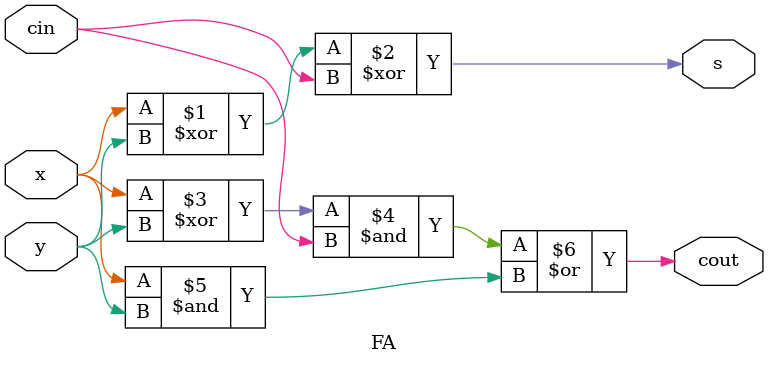
<source format=v>
`timescale 1ns / 1ps


module FA(cout, s, x, y, cin);
    input x, y, cin;
    output cout, s;
assign s = x^y^cin;
assign cout = ((x^y) & cin) | (x&y);
    
endmodule

</source>
